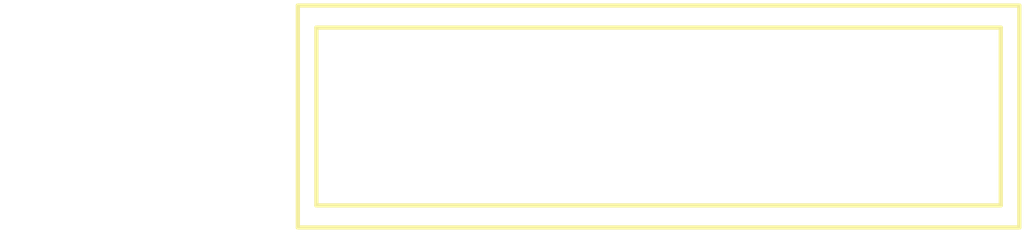
<source format=kicad_pcb>
(kicad_pcb (version 20240108) (generator pcbnew)
  (layers (0 "F.Cu" signal) (31 "B.Cu" signal) (34 "B.Paste" user) (35 "F.Paste" user) (36 "B.SilkS" user "B.Silkscreen") (37 "F.SilkS" user "F.Silkscreen") (38 "B.Mask" user) (39 "F.Mask" user) (44 "Edge.Cuts" user))
  (net 0 "")
  (footprint "Fuse_Blade_ATO_directSolder" (layer "F.Cu") (at 0 0)
    (property "Reference" "REF**")
    (property "Value" "Fuse_Blade_ATO_directSolder")
    (fp_line (start -5.47 -3.12) (end -5.47 3.12) (layer "F.SilkS") (stroke (width 0.12)))
    (fp_line (start -5.47 -3.12) (end 14.77 -3.12) (layer "F.SilkS") (stroke (width 0.12)))
    (fp_line (start -4.95 -2.5) (end 14.25 -2.5) (layer "F.SilkS") (stroke (width 0.12)))
    (fp_line (start -4.95 2.5) (end -4.95 -2.5) (layer "F.SilkS") (stroke (width 0.12)))
    (fp_line (start 14.25 -2.5) (end 14.25 2.5) (layer "F.SilkS") (stroke (width 0.12)))
    (fp_line (start 14.25 2.5) (end -4.95 2.5) (layer "F.SilkS") (stroke (width 0.12)))
    (fp_line (start 14.77 3.12) (end -5.47 3.12) (layer "F.SilkS") (stroke (width 0.12)))
    (fp_line (start 14.77 3.12) (end 14.77 -3.12) (layer "F.SilkS") (stroke (width 0.12)))
    (pad "1" thru_hole oval (at 0 0) (size 8 3.8) (drill oval 6 2) (layers *.Cu *.Mask) (remove_unused_layers))
    (pad "2" thru_hole oval (at 9.3 0) (size 8 3.8) (drill oval 6 2) (layers *.Cu *.Mask) (remove_unused_layers))
  )
)
</source>
